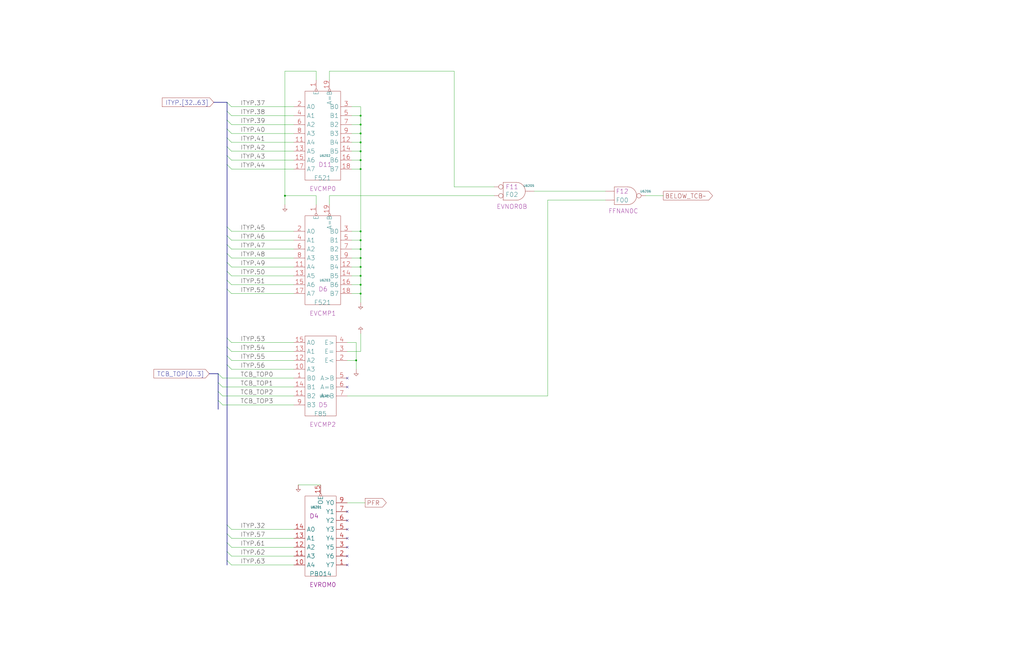
<source format=kicad_sch>
(kicad_sch (version 20221004) (generator eeschema)
  (paper "User" 584.2 378.46)
  (title_block (title "CONDITIONS AND EVENTS\\nBELOW TCB DETECTION") (date "22-SEP-90") (rev "2.0") (comment 1 "IOC") (comment 2 "232-003061") (comment 3 "S400") (comment 4 "RELEASED"))
  (lib_symbols
    (symbol "r1000:F00" (pin_numbers hide) (pin_names hide)
      (property "Reference" "U" (at 15.24 0 0))
      (property "Value" "F00" (at 1.905 -5.08 0))
      (property "Location" "___" (at 1.905 0 0))
      (property "Name" "______" (at 2.54 -12.7 0))
      (symbol "F00_0_1"
        (polyline (pts (xy -2.54 -7.62) (xy 5.08 -7.62)) (stroke (width 0.1524)))
        (polyline (pts (xy -2.54 2.54) (xy -2.54 -7.62)) (stroke (width 0.1524)))
        (polyline (pts (xy -2.54 2.54) (xy 5.08 2.54)) (stroke (width 0.1524)))
        (arc (start 5.08 -7.62) (mid 10.1282 -2.54) (end 5.08 2.54) (stroke (width 0.1524)))
        (circle (center 11.43 -2.54) (radius 1.27) (stroke (width 0.1524)))
      )
      (symbol "F00_0_2"
        (circle (center -3.81 -5.08) (radius 1.27) (stroke (width 0.1524)))
        (circle (center -3.81 0) (radius 1.27) (stroke (width 0.1524)))
        (arc (start -3.175 -7.62) (mid -2.134 -2.54) (end -3.175 2.54) (stroke (width 0.1524)))
        (polyline (pts (xy -3.175 -7.62) (xy 3.81 -7.62)) (stroke (width 0.1524)))
        (polyline (pts (xy -3.175 2.54) (xy 3.81 2.54)) (stroke (width 0.1524)))
        (arc (start 3.81 -7.62) (mid 7.5855 -5.8306) (end 10.16 -2.54) (stroke (width 0.1524)))
        (arc (start 10.16 -2.54) (mid 7.5827 0.7471) (end 3.81 2.54) (stroke (width 0.1524)))
      )
      (symbol "F00_1_1"
        (pin input line (at -7.62 0 0) (length 5.08) (name "D0") (number "1"))
        (pin input line (at -7.62 -5.08 0) (length 5.08) (name "D1") (number "2"))
        (pin output line (at 15.24 -2.54 180) (length 2.54) (name "Q") (number "3"))
      )
      (symbol "F00_1_2"
        (pin input line (at -7.62 0 0) (length 2.54) (name "D0") (number "1"))
        (pin input line (at -7.62 -5.08 0) (length 2.54) (name "D1") (number "2"))
        (pin output line (at 15.24 -2.54 180) (length 5.08) (name "Q") (number "3"))
      )
    )
    (symbol "r1000:F02" (pin_numbers hide) (pin_names hide)
      (property "Reference" "U" (at 12.16 0.635 0))
      (property "Value" "F02" (at -1.27 -4.445 0))
      (property "Location" "___" (at 2.54 0 0))
      (property "Name" "______" (at 2.54 -12.7 0))
      (symbol "F02_0_1"
        (arc (start -3.81 -7.62) (mid -2.9847 -2.54) (end -3.81 2.54) (stroke (width 0.1524)))
        (polyline (pts (xy -5.08 -5.08) (xy -3.175 -5.08)) (stroke (width 0.1524)))
        (polyline (pts (xy -5.08 0) (xy -3.175 0)) (stroke (width 0.1524)))
        (polyline (pts (xy -3.81 -7.62) (xy 2.54 -7.62)) (stroke (width 0.1524)))
        (polyline (pts (xy -3.81 2.54) (xy 2.54 2.54)) (stroke (width 0.1524)))
        (polyline (pts (xy 13.97 -2.54) (xy 12.7 -2.54)) (stroke (width 0.1524)))
        (arc (start 2.54 -7.62) (mid 6.9515 -5.9823) (end 10.16 -2.54) (stroke (width 0.1524)))
        (arc (start 10.16 -2.54) (mid 6.9478 0.8966) (end 2.54 2.54) (stroke (width 0.1524)))
        (circle (center 11.43 -2.54) (radius 1.27) (stroke (width 0.1524)))
      )
      (symbol "F02_0_2"
        (circle (center -3.81 -5.08) (radius 1.27) (stroke (width 0.1524)))
        (circle (center -3.81 0) (radius 1.27) (stroke (width 0.1524)))
        (polyline (pts (xy -2.54 -7.62) (xy 5.08 -7.62)) (stroke (width 0.1524)))
        (polyline (pts (xy -2.54 2.54) (xy -2.54 -7.62)) (stroke (width 0.1524)))
        (polyline (pts (xy -2.54 2.54) (xy 5.08 2.54)) (stroke (width 0.1524)))
        (polyline (pts (xy 11.43 -2.54) (xy 10.16 -2.54)) (stroke (width 0.1524)))
        (polyline (pts (xy 11.43 -2.54) (xy 12.7 -2.54)) (stroke (width 0.1524)))
        (arc (start 5.08 -7.62) (mid 10.1282 -2.54) (end 5.08 2.54) (stroke (width 0.1524)))
      )
      (symbol "F02_1_1"
        (pin input line (at -7.62 0 0) (length 2.54) (name "D0") (number "1"))
        (pin input line (at -7.62 -5.08 0) (length 2.54) (name "D1") (number "2"))
        (pin output line (at 15.24 -2.54 180) (length 1.27) (name "Q") (number "3"))
      )
      (symbol "F02_1_2"
        (pin input line (at -7.62 0 0) (length 2.54) (name "D0") (number "1"))
        (pin input line (at -7.62 -5.08 0) (length 2.54) (name "D1") (number "2"))
        (pin output line (at 15.24 -2.54 180) (length 2.54) (name "Q") (number "3"))
      )
    )
    (symbol "r1000:F521" (pin_names (offset 1.016))
      (property "Reference" "U" (at 2.54 5.08 0))
      (property "Value" "F521" (at -3.81 -7.62 0))
      (property "Location" "___" (at -1.27 0 0))
      (property "Name" "______" (at 1.27 -15.24 0))
      (symbol "F521_1_1"
        (rectangle (start -8.89 41.91) (end 11.43 -8.89))
        (circle (center -2.54 42.545) (radius 0.635))
        (circle (center 5.08 42.545) (radius 0.635))
        (pin input line (at -2.54 48.26 270) (length 5.08) (name "E") (number "1"))
        (pin input line (at -15.24 12.7 0) (length 6.35) (name "A4") (number "11"))
        (pin input line (at 17.78 12.7 180) (length 6.35) (name "B4") (number "12"))
        (pin input line (at -15.24 7.62 0) (length 6.35) (name "A5") (number "13"))
        (pin input line (at 17.78 7.62 180) (length 6.35) (name "B5") (number "14"))
        (pin input line (at -15.24 2.54 0) (length 6.35) (name "A6") (number "15"))
        (pin input line (at 17.78 2.54 180) (length 6.35) (name "B6") (number "16"))
        (pin input line (at -15.24 -2.54 0) (length 6.35) (name "A7") (number "17"))
        (pin input line (at 17.78 -2.54 180) (length 6.35) (name "B7") (number "18"))
        (pin output line (at 5.08 48.26 270) (length 5.08) (name "A=B") (number "19"))
        (pin input line (at -15.24 33.02 0) (length 6.35) (name "A0") (number "2"))
        (pin input line (at 17.78 33.02 180) (length 6.35) (name "B0") (number "3"))
        (pin input line (at -15.24 27.94 0) (length 6.35) (name "A1") (number "4"))
        (pin input line (at 17.78 27.94 180) (length 6.35) (name "B1") (number "5"))
        (pin input line (at -15.24 22.86 0) (length 6.35) (name "A2") (number "6"))
        (pin input line (at 17.78 22.86 180) (length 6.35) (name "B2") (number "7"))
        (pin input line (at -15.24 17.78 0) (length 6.35) (name "A3") (number "8"))
        (pin input line (at 17.78 17.78 180) (length 6.35) (name "B3") (number "9"))
      )
    )
    (symbol "r1000:F85" (pin_names (offset 1.016))
      (property "Reference" "U" (at 2.54 5.08 0))
      (property "Value" "F85" (at -3.81 -5.08 0))
      (property "Location" "___" (at -1.27 0 0))
      (property "Name" "______" (at 1.27 -12.7 0))
      (symbol "F85_1_1"
        (rectangle (start -8.89 39.37) (end 8.89 -6.35))
        (pin input line (at -15.24 15.24 0) (length 6.35) (name "B0") (number "1"))
        (pin input line (at -15.24 20.32 0) (length 6.35) (name "A3") (number "10"))
        (pin input line (at -15.24 5.08 0) (length 6.35) (name "B2") (number "11"))
        (pin input line (at -15.24 25.4 0) (length 6.35) (name "A2") (number "12"))
        (pin input line (at -15.24 30.48 0) (length 6.35) (name "A1") (number "13"))
        (pin input line (at -15.24 10.16 0) (length 6.35) (name "B1") (number "14"))
        (pin input line (at -15.24 35.56 0) (length 6.35) (name "A0") (number "15"))
        (pin input line (at 15.24 25.4 180) (length 6.35) (name "E<") (number "2"))
        (pin input line (at 15.24 30.48 180) (length 6.35) (name "E=") (number "3"))
        (pin input line (at 15.24 35.56 180) (length 6.35) (name "E>") (number "4"))
        (pin output line (at 15.24 15.24 180) (length 6.35) (name "A>B") (number "5"))
        (pin output line (at 15.24 10.16 180) (length 6.35) (name "A=B") (number "6"))
        (pin output line (at 15.24 5.08 180) (length 6.35) (name "A<B") (number "7"))
        (pin input line (at -15.24 0 0) (length 6.35) (name "B3") (number "9"))
      )
    )
    (symbol "r1000:PBxxx" (pin_names (offset 1.016))
      (property "Reference" "U" (at 2.54 5.08 0))
      (property "Value" "PBxxx" (at -1.27 -33.02 0))
      (property "Location" "___" (at -1.27 0 0))
      (property "Name" "______" (at 6.35 -40.64 0))
      (symbol "PBxxx_1_1"
        (rectangle (start -3.81 11.43) (end 13.97 -34.29))
        (circle (center 5.08 12.065) (radius 0.635))
        (pin tri_state line (at 20.32 -27.94 180) (length 6.35) (name "Y7") (number "1"))
        (pin input line (at -10.16 -27.94 0) (length 6.35) (name "A4") (number "10"))
        (pin input line (at -10.16 -22.86 0) (length 6.35) (name "A3") (number "11"))
        (pin input line (at -10.16 -17.78 0) (length 6.35) (name "A2") (number "12"))
        (pin input line (at -10.16 -12.7 0) (length 6.35) (name "A1") (number "13"))
        (pin input line (at -10.16 -7.62 0) (length 6.35) (name "A0") (number "14"))
        (pin input line (at 5.08 17.78 270) (length 5.08) (name "OE") (number "15"))
        (pin tri_state line (at 20.32 -22.86 180) (length 6.35) (name "Y6") (number "2"))
        (pin tri_state line (at 20.32 -17.78 180) (length 6.35) (name "Y5") (number "3"))
        (pin tri_state line (at 20.32 -12.7 180) (length 6.35) (name "Y4") (number "4"))
        (pin tri_state line (at 20.32 -7.62 180) (length 6.35) (name "Y3") (number "5"))
        (pin tri_state line (at 20.32 -2.54 180) (length 6.35) (name "Y2") (number "6"))
        (pin tri_state line (at 20.32 2.54 180) (length 6.35) (name "Y1") (number "7"))
        (pin tri_state line (at 20.32 7.62 180) (length 6.35) (name "Y0") (number "9"))
      )
    )
    (symbol "r1000:PD" (power) (pin_numbers hide) (pin_names hide) (in_bom no)
      (symbol "PD_0_1"
        (polyline (pts (xy 0 -2.54) (xy 1.27 -2.54) (xy 0 -3.81) (xy -1.27 -2.54) (xy 0 -2.54)) (stroke (width 0.1524)))
      )
      (symbol "PD_1_1"
        (pin power_in line (at 0 0 270) (length 2.54) (name "PD") (number "1"))
      )
    )
    (symbol "r1000:PU" (power) (pin_numbers hide) (pin_names hide)
      (symbol "PU_0_1"
        (polyline (pts (xy 0 2.54) (xy -1.27 2.54) (xy 0 3.81) (xy 1.27 2.54) (xy 0 2.54)) (stroke (width 0.1524)))
      )
      (symbol "PU_1_1"
        (pin power_in line (at 0 0 90) (length 2.54) (name "PU") (number "1"))
      )
    )
  )
  (junction (at 205.74 142.24))
  (junction (at 162.56 111.76))
  (junction (at 205.74 81.28))
  (junction (at 205.74 147.32))
  (junction (at 205.74 157.48))
  (junction (at 205.74 162.56))
  (junction (at 205.74 71.12))
  (junction (at 205.74 132.08))
  (junction (at 205.74 76.2))
  (junction (at 205.74 96.52))
  (junction (at 203.2 205.74))
  (junction (at 205.74 86.36))
  (junction (at 205.74 152.4))
  (junction (at 205.74 91.44))
  (junction (at 205.74 137.16))
  (junction (at 205.74 66.04))
  (junction (at 205.74 167.64))
  (no_connect (at 198.12 215.9))
  (no_connect (at 198.12 220.98))
  (no_connect (at 198.12 302.26))
  (no_connect (at 198.12 307.34))
  (no_connect (at 198.12 317.5))
  (no_connect (at 198.12 312.42))
  (no_connect (at 198.12 297.18))
  (no_connect (at 198.12 292.1))
  (no_connect (at 198.12 322.58))
  (bus_entry (at 129.54 144.78) (size 2.54 2.54))
  (bus_entry (at 129.54 309.88) (size 2.54 2.54))
  (bus_entry (at 129.54 78.74) (size 2.54 2.54))
  (bus_entry (at 129.54 73.66) (size 2.54 2.54))
  (bus_entry (at 124.46 228.6) (size 2.54 2.54))
  (bus_entry (at 129.54 193.04) (size 2.54 2.54))
  (bus_entry (at 129.54 160.02) (size 2.54 2.54))
  (bus_entry (at 129.54 320.04) (size 2.54 2.54))
  (bus_entry (at 129.54 63.5) (size 2.54 2.54))
  (bus_entry (at 129.54 149.86) (size 2.54 2.54))
  (bus_entry (at 129.54 93.98) (size 2.54 2.54))
  (bus_entry (at 129.54 203.2) (size 2.54 2.54))
  (bus_entry (at 129.54 314.96) (size 2.54 2.54))
  (bus_entry (at 129.54 139.7) (size 2.54 2.54))
  (bus_entry (at 124.46 223.52) (size 2.54 2.54))
  (bus_entry (at 124.46 213.36) (size 2.54 2.54))
  (bus_entry (at 129.54 208.28) (size 2.54 2.54))
  (bus_entry (at 129.54 129.54) (size 2.54 2.54))
  (bus_entry (at 129.54 198.12) (size 2.54 2.54))
  (bus_entry (at 129.54 134.62) (size 2.54 2.54))
  (bus_entry (at 129.54 58.42) (size 2.54 2.54))
  (bus_entry (at 129.54 83.82) (size 2.54 2.54))
  (bus_entry (at 129.54 299.72) (size 2.54 2.54))
  (bus_entry (at 129.54 165.1) (size 2.54 2.54))
  (bus_entry (at 129.54 304.8) (size 2.54 2.54))
  (bus_entry (at 129.54 154.94) (size 2.54 2.54))
  (bus_entry (at 124.46 218.44) (size 2.54 2.54))
  (bus_entry (at 129.54 68.58) (size 2.54 2.54))
  (bus_entry (at 129.54 88.9) (size 2.54 2.54))
  (wire (pts (xy 200.66 132.08) (xy 205.74 132.08)))
  (wire (pts (xy 132.08 317.5) (xy 167.64 317.5)))
  (wire (pts (xy 345.44 114.3) (xy 312.42 114.3)))
  (bus (pts (xy 129.54 144.78) (xy 129.54 149.86)))
  (wire (pts (xy 132.08 152.4) (xy 167.64 152.4)))
  (wire (pts (xy 205.74 200.66) (xy 205.74 190.5)))
  (bus (pts (xy 119.38 213.36) (xy 124.46 213.36)))
  (bus (pts (xy 129.54 149.86) (xy 129.54 154.94)))
  (wire (pts (xy 187.96 40.64) (xy 259.08 40.64)))
  (wire (pts (xy 259.08 40.64) (xy 259.08 106.68)))
  (wire (pts (xy 205.74 152.4) (xy 205.74 157.48)))
  (wire (pts (xy 205.74 76.2) (xy 205.74 81.28)))
  (wire (pts (xy 132.08 312.42) (xy 167.64 312.42)))
  (wire (pts (xy 200.66 137.16) (xy 205.74 137.16)))
  (wire (pts (xy 132.08 76.2) (xy 167.64 76.2)))
  (wire (pts (xy 304.8 109.22) (xy 345.44 109.22)))
  (bus (pts (xy 129.54 208.28) (xy 129.54 299.72)))
  (wire (pts (xy 205.74 162.56) (xy 205.74 167.64)))
  (wire (pts (xy 205.74 132.08) (xy 205.74 137.16)))
  (wire (pts (xy 132.08 66.04) (xy 167.64 66.04)))
  (wire (pts (xy 198.12 287.02) (xy 208.28 287.02)))
  (bus (pts (xy 121.92 58.42) (xy 129.54 58.42)))
  (wire (pts (xy 200.66 60.96) (xy 205.74 60.96)))
  (wire (pts (xy 132.08 81.28) (xy 167.64 81.28)))
  (wire (pts (xy 180.34 40.64) (xy 162.56 40.64)))
  (wire (pts (xy 127 231.14) (xy 167.64 231.14)))
  (wire (pts (xy 132.08 302.26) (xy 167.64 302.26)))
  (wire (pts (xy 132.08 195.58) (xy 167.64 195.58)))
  (wire (pts (xy 200.66 96.52) (xy 205.74 96.52)))
  (bus (pts (xy 124.46 228.6) (xy 124.46 233.68)))
  (bus (pts (xy 129.54 160.02) (xy 129.54 165.1)))
  (wire (pts (xy 132.08 60.96) (xy 167.64 60.96)))
  (wire (pts (xy 132.08 162.56) (xy 167.64 162.56)))
  (wire (pts (xy 205.74 60.96) (xy 205.74 66.04)))
  (bus (pts (xy 129.54 139.7) (xy 129.54 144.78)))
  (wire (pts (xy 198.12 195.58) (xy 203.2 195.58)))
  (bus (pts (xy 129.54 309.88) (xy 129.54 314.96)))
  (wire (pts (xy 187.96 116.84) (xy 187.96 111.76)))
  (wire (pts (xy 200.66 76.2) (xy 205.74 76.2)))
  (bus (pts (xy 124.46 223.52) (xy 124.46 228.6)))
  (wire (pts (xy 132.08 200.66) (xy 167.64 200.66)))
  (wire (pts (xy 205.74 147.32) (xy 205.74 152.4)))
  (wire (pts (xy 200.66 157.48) (xy 205.74 157.48)))
  (bus (pts (xy 129.54 68.58) (xy 129.54 73.66)))
  (wire (pts (xy 187.96 111.76) (xy 281.94 111.76)))
  (wire (pts (xy 170.18 276.86) (xy 182.88 276.86)))
  (wire (pts (xy 205.74 142.24) (xy 205.74 147.32)))
  (wire (pts (xy 200.66 147.32) (xy 205.74 147.32)))
  (wire (pts (xy 132.08 167.64) (xy 167.64 167.64)))
  (wire (pts (xy 205.74 167.64) (xy 205.74 172.72)))
  (bus (pts (xy 124.46 213.36) (xy 124.46 218.44)))
  (wire (pts (xy 312.42 114.3) (xy 312.42 226.06)))
  (bus (pts (xy 129.54 193.04) (xy 129.54 198.12)))
  (wire (pts (xy 180.34 116.84) (xy 180.34 111.76)))
  (wire (pts (xy 162.56 111.76) (xy 162.56 116.84)))
  (wire (pts (xy 132.08 86.36) (xy 167.64 86.36)))
  (wire (pts (xy 200.66 86.36) (xy 205.74 86.36)))
  (wire (pts (xy 132.08 210.82) (xy 167.64 210.82)))
  (bus (pts (xy 129.54 134.62) (xy 129.54 139.7)))
  (bus (pts (xy 129.54 198.12) (xy 129.54 203.2)))
  (bus (pts (xy 129.54 320.04) (xy 129.54 322.58)))
  (wire (pts (xy 205.74 96.52) (xy 205.74 132.08)))
  (wire (pts (xy 132.08 205.74) (xy 167.64 205.74)))
  (wire (pts (xy 127 226.06) (xy 167.64 226.06)))
  (bus (pts (xy 129.54 73.66) (xy 129.54 78.74)))
  (wire (pts (xy 205.74 137.16) (xy 205.74 142.24)))
  (wire (pts (xy 180.34 111.76) (xy 162.56 111.76)))
  (bus (pts (xy 129.54 165.1) (xy 129.54 193.04)))
  (wire (pts (xy 198.12 205.74) (xy 203.2 205.74)))
  (wire (pts (xy 200.66 81.28) (xy 205.74 81.28)))
  (bus (pts (xy 129.54 299.72) (xy 129.54 304.8)))
  (bus (pts (xy 129.54 154.94) (xy 129.54 160.02)))
  (bus (pts (xy 129.54 78.74) (xy 129.54 83.82)))
  (wire (pts (xy 132.08 322.58) (xy 167.64 322.58)))
  (wire (pts (xy 132.08 91.44) (xy 167.64 91.44)))
  (wire (pts (xy 200.66 71.12) (xy 205.74 71.12)))
  (wire (pts (xy 205.74 66.04) (xy 205.74 71.12)))
  (wire (pts (xy 198.12 200.66) (xy 205.74 200.66)))
  (wire (pts (xy 205.74 157.48) (xy 205.74 162.56)))
  (bus (pts (xy 129.54 63.5) (xy 129.54 68.58)))
  (wire (pts (xy 132.08 142.24) (xy 167.64 142.24)))
  (bus (pts (xy 124.46 218.44) (xy 124.46 223.52)))
  (wire (pts (xy 132.08 96.52) (xy 167.64 96.52)))
  (wire (pts (xy 205.74 91.44) (xy 205.74 96.52)))
  (bus (pts (xy 129.54 88.9) (xy 129.54 93.98)))
  (wire (pts (xy 180.34 45.72) (xy 180.34 40.64)))
  (wire (pts (xy 259.08 106.68) (xy 281.94 106.68)))
  (wire (pts (xy 200.66 91.44) (xy 205.74 91.44)))
  (wire (pts (xy 203.2 205.74) (xy 203.2 210.82)))
  (wire (pts (xy 200.66 152.4) (xy 205.74 152.4)))
  (wire (pts (xy 127 220.98) (xy 167.64 220.98)))
  (wire (pts (xy 132.08 71.12) (xy 167.64 71.12)))
  (wire (pts (xy 132.08 132.08) (xy 167.64 132.08)))
  (wire (pts (xy 205.74 81.28) (xy 205.74 86.36)))
  (wire (pts (xy 200.66 167.64) (xy 205.74 167.64)))
  (bus (pts (xy 129.54 93.98) (xy 129.54 129.54)))
  (wire (pts (xy 162.56 40.64) (xy 162.56 111.76)))
  (wire (pts (xy 132.08 137.16) (xy 167.64 137.16)))
  (wire (pts (xy 368.3 111.76) (xy 378.46 111.76)))
  (bus (pts (xy 129.54 304.8) (xy 129.54 309.88)))
  (bus (pts (xy 129.54 129.54) (xy 129.54 134.62)))
  (bus (pts (xy 129.54 203.2) (xy 129.54 208.28)))
  (wire (pts (xy 187.96 45.72) (xy 187.96 40.64)))
  (bus (pts (xy 129.54 83.82) (xy 129.54 88.9)))
  (wire (pts (xy 200.66 142.24) (xy 205.74 142.24)))
  (wire (pts (xy 132.08 307.34) (xy 167.64 307.34)))
  (bus (pts (xy 129.54 314.96) (xy 129.54 320.04)))
  (wire (pts (xy 132.08 147.32) (xy 167.64 147.32)))
  (wire (pts (xy 200.66 66.04) (xy 205.74 66.04)))
  (wire (pts (xy 132.08 157.48) (xy 167.64 157.48)))
  (wire (pts (xy 127 215.9) (xy 167.64 215.9)))
  (wire (pts (xy 205.74 86.36) (xy 205.74 91.44)))
  (wire (pts (xy 205.74 71.12) (xy 205.74 76.2)))
  (bus (pts (xy 129.54 58.42) (xy 129.54 63.5)))
  (wire (pts (xy 200.66 162.56) (xy 205.74 162.56)))
  (wire (pts (xy 312.42 226.06) (xy 198.12 226.06)))
  (wire (pts (xy 203.2 195.58) (xy 203.2 205.74)))
  (label "TCB_TOP2" (at 137.16 226.06 0) (effects (font (size 2.54 2.54))))
  (label "ITYP.41" (at 137.16 81.28 0) (effects (font (size 2.54 2.54))))
  (label "TCB_TOP1" (at 137.16 220.98 0) (effects (font (size 2.54 2.54))))
  (label "ITYP.61" (at 137.16 312.42 0) (effects (font (size 2.54 2.54))))
  (label "ITYP.43" (at 137.16 91.44 0) (effects (font (size 2.54 2.54))))
  (label "ITYP.63" (at 137.16 322.58 0) (effects (font (size 2.54 2.54))))
  (label "ITYP.39" (at 137.16 71.12 0) (effects (font (size 2.54 2.54))))
  (label "ITYP.49" (at 137.16 152.4 0) (effects (font (size 2.54 2.54))))
  (label "TCB_TOP3" (at 137.16 231.14 0) (effects (font (size 2.54 2.54))))
  (label "ITYP.54" (at 137.16 200.66 0) (effects (font (size 2.54 2.54))))
  (label "ITYP.56" (at 137.16 210.82 0) (effects (font (size 2.54 2.54))))
  (label "ITYP.62" (at 137.16 317.5 0) (effects (font (size 2.54 2.54))))
  (label "ITYP.38" (at 137.16 66.04 0) (effects (font (size 2.54 2.54))))
  (label "ITYP.48" (at 137.16 147.32 0) (effects (font (size 2.54 2.54))))
  (label "ITYP.47" (at 137.16 142.24 0) (effects (font (size 2.54 2.54))))
  (label "ITYP.46" (at 137.16 137.16 0) (effects (font (size 2.54 2.54))))
  (label "ITYP.37" (at 137.16 60.96 0) (effects (font (size 2.54 2.54))))
  (label "ITYP.52" (at 137.16 167.64 0) (effects (font (size 2.54 2.54))))
  (label "ITYP.32" (at 137.16 302.26 0) (effects (font (size 2.54 2.54))))
  (label "ITYP.50" (at 137.16 157.48 0) (effects (font (size 2.54 2.54))))
  (label "ITYP.57" (at 137.16 307.34 0) (effects (font (size 2.54 2.54))))
  (label "ITYP.45" (at 137.16 132.08 0) (effects (font (size 2.54 2.54))))
  (label "ITYP.42" (at 137.16 86.36 0) (effects (font (size 2.54 2.54))))
  (label "ITYP.53" (at 137.16 195.58 0) (effects (font (size 2.54 2.54))))
  (label "ITYP.55" (at 137.16 205.74 0) (effects (font (size 2.54 2.54))))
  (label "ITYP.51" (at 137.16 162.56 0) (effects (font (size 2.54 2.54))))
  (label "ITYP.40" (at 137.16 76.2 0) (effects (font (size 2.54 2.54))))
  (label "TCB_TOP0" (at 137.16 215.9 0) (effects (font (size 2.54 2.54))))
  (label "ITYP.44" (at 137.16 96.52 0) (effects (font (size 2.54 2.54))))
  (global_label "ITYP.[32..63]" (shape input) (at 121.92 58.42 180) (effects (font (size 2.54 2.54))) (property "Intersheet References" "${INTERSHEET_REFS}" (at 92.5407 58.2613 0) (effects (font (size 1.905 1.905)) (justify right))))
  (global_label "BELOW_TCB~" (shape output) (at 378.46 111.76 0) (effects (font (size 2.54 2.54))) (property "Intersheet References" "${INTERSHEET_REFS}" (at 406.5089 111.6013 0) (effects (font (size 1.905 1.905)) (justify left))))
  (global_label "PFR" (shape output) (at 208.28 287.02 0) (effects (font (size 2.54 2.54))) (property "Intersheet References" "${INTERSHEET_REFS}" (at 220.3631 286.8613 0) (effects (font (size 1.905 1.905)) (justify left))))
  (global_label "TCB_TOP[0..3]" (shape input) (at 119.38 213.36 180) (effects (font (size 2.54 2.54))) (property "Intersheet References" "${INTERSHEET_REFS}" (at 87.8235 213.2013 0) (effects (font (size 1.905 1.905)) (justify right))))
  (symbol (lib_id "r1000:PD") (at 205.74 172.72 0) (unit 1) (in_bom no)
    (property "Reference" "#PWR06204" (effects hide))
    (property "Value" "PD" (effects hide))
  )
  (symbol (lib_id "r1000:PBxxx") (at 177.8 294.64 0) (unit 1)
    (property "Reference" "U6201" (at 180.34 289.56 0))
    (property "Value" "PB014" (at 176.53 327.66 0) (effects (font (size 2.54 2.54)) (justify left)))
    (property "Location" "D4" (at 176.53 294.64 0) (effects (font (size 2.54 2.54)) (justify left)))
    (property "Name" "EVROM0" (at 184.15 335.28 0) (effects (font (size 2.54 2.54)) (justify bottom)))
  )
  (symbol (lib_id "r1000:F02") (at 289.56 106.68 0) (unit 1) (convert 2)
    (property "Reference" "U6205" (at 301.72 106.045 0))
    (property "Value" "F02" (at 288.29 111.125 0) (effects (font (size 2.54 2.54)) (justify left)))
    (property "Location" "F11" (at 292.1 106.68 0) (effects (font (size 2.54 2.54))))
    (property "Name" "EVNOR0B" (at 292.1 119.38 0) (effects (font (size 2.54 2.54)) (justify bottom)))
  )
  (symbol (lib_id "r1000:F521") (at 182.88 93.98 0) (unit 1)
    (property "Reference" "U6202" (at 185.42 88.9 0))
    (property "Value" "F521" (at 179.07 101.6 0) (effects (font (size 2.54 2.54)) (justify left)))
    (property "Location" "D11" (at 181.61 93.98 0) (effects (font (size 2.54 2.54)) (justify left)))
    (property "Name" "EVCMP0" (at 184.15 109.22 0) (effects (font (size 2.54 2.54)) (justify bottom)))
  )
  (symbol (lib_id "r1000:PU") (at 205.74 190.5 0) (unit 1)
    (property "Reference" "#PWR06205" (effects hide))
    (property "Value" "PU" (effects hide))
  )
  (symbol (lib_id "r1000:PD") (at 170.18 276.86 0) (unit 1) (in_bom no)
    (property "Reference" "#PWR06202" (effects hide))
    (property "Value" "PD" (effects hide))
  )
  (symbol (lib_id "r1000:F85") (at 182.88 231.14 0) (unit 1)
    (property "Reference" "U6204" (at 185.42 226.06 0))
    (property "Value" "F85" (at 179.07 236.22 0) (effects (font (size 2.54 2.54)) (justify left)))
    (property "Location" "D5" (at 181.61 231.14 0) (effects (font (size 2.54 2.54)) (justify left)))
    (property "Name" "EVCMP2" (at 184.15 243.84 0) (effects (font (size 2.54 2.54)) (justify bottom)))
  )
  (symbol (lib_id "r1000:PD") (at 203.2 210.82 0) (unit 1) (in_bom no)
    (property "Reference" "#PWR06203" (effects hide))
    (property "Value" "PD" (effects hide))
  )
  (symbol (lib_id "r1000:PD") (at 162.56 116.84 0) (unit 1) (in_bom no)
    (property "Reference" "#PWR06201" (effects hide))
    (property "Value" "PD" (effects hide))
  )
  (symbol (lib_id "r1000:F521") (at 182.88 165.1 0) (unit 1)
    (property "Reference" "U6203" (at 185.42 160.02 0))
    (property "Value" "F521" (at 179.07 172.72 0) (effects (font (size 2.54 2.54)) (justify left)))
    (property "Location" "D6" (at 181.61 165.1 0) (effects (font (size 2.54 2.54)) (justify left)))
    (property "Name" "EVCMP1" (at 184.15 180.34 0) (effects (font (size 2.54 2.54)) (justify bottom)))
  )
  (symbol (lib_id "r1000:F00") (at 353.06 109.22 0) (unit 1)
    (property "Reference" "U6206" (at 368.3 109.22 0))
    (property "Value" "F00" (at 354.965 114.3 0) (effects (font (size 2.54 2.54))))
    (property "Location" "F12" (at 354.965 109.22 0) (effects (font (size 2.54 2.54))))
    (property "Name" "FFNAN0C" (at 355.6 121.92 0) (effects (font (size 2.54 2.54)) (justify bottom)))
  )
)
</source>
